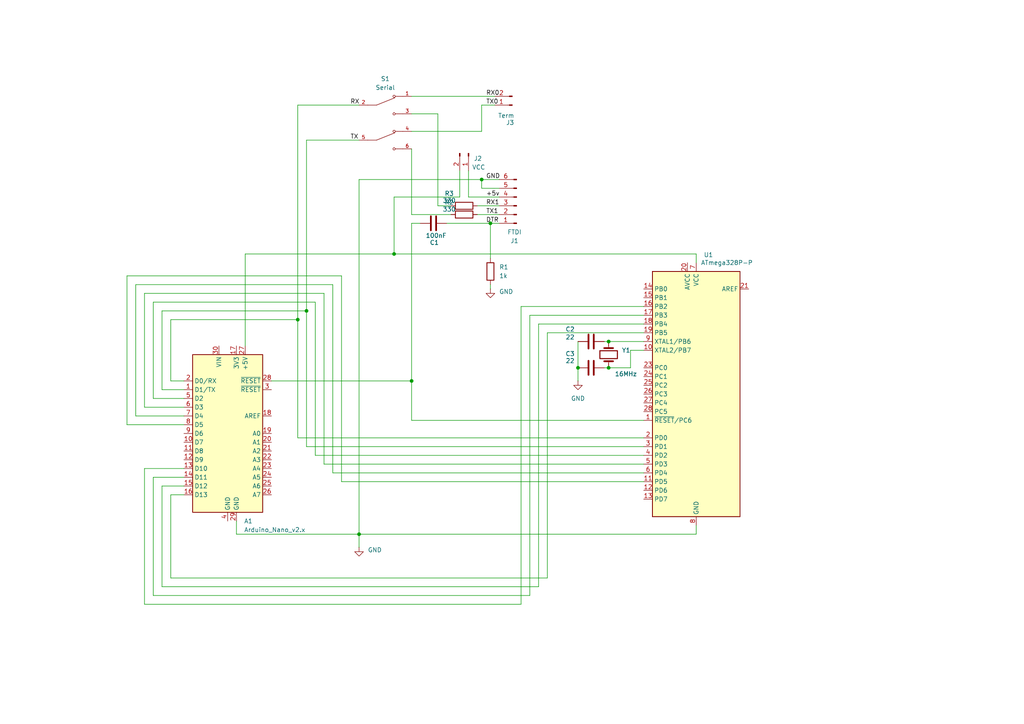
<source format=kicad_sch>
(kicad_sch (version 20231120) (generator "eeschema") (generator_version "8.0")
  (paper "A4")
  (lib_symbols
    (symbol "Connector:Conn_01x02_Pin" (pin_names (offset 1.016) hide)
      (property "Reference" "J" (at 0 2.54 0))
      (property "Value" "Conn_01x02_Pin" (at 0 -5.08 0))
      (symbol "Conn_01x02_Pin_1_1"
        (polyline (pts (xy 1.27 -2.54) (xy 0.8636 -2.54)) (stroke (width 0.1524)))
        (polyline (pts (xy 1.27 0) (xy 0.8636 0)) (stroke (width 0.1524)))
        (rectangle (start 0.8636 -2.413) (end 0 -2.667) (stroke (width 0.1524)) (fill (type outline)))
        (rectangle (start 0.8636 0.127) (end 0 -0.127) (stroke (width 0.1524)) (fill (type outline)))
        (pin passive line (at 5.08 0 180) (length 3.81) (name "Pin_1") (number "1"))
        (pin passive line (at 5.08 -2.54 180) (length 3.81) (name "Pin_2") (number "2"))
      )
    )
    (symbol "Connector:Conn_01x06_Pin" (pin_names (offset 1.016) hide)
      (property "Reference" "J" (at 0 7.62 0))
      (property "Value" "Conn_01x06_Pin" (at 0 -10.16 0))
      (symbol "Conn_01x06_Pin_1_1"
        (polyline (pts (xy 1.27 -7.62) (xy 0.8636 -7.62)) (stroke (width 0.1524)))
        (polyline (pts (xy 1.27 -5.08) (xy 0.8636 -5.08)) (stroke (width 0.1524)))
        (polyline (pts (xy 1.27 -2.54) (xy 0.8636 -2.54)) (stroke (width 0.1524)))
        (polyline (pts (xy 1.27 0) (xy 0.8636 0)) (stroke (width 0.1524)))
        (polyline (pts (xy 1.27 2.54) (xy 0.8636 2.54)) (stroke (width 0.1524)))
        (polyline (pts (xy 1.27 5.08) (xy 0.8636 5.08)) (stroke (width 0.1524)))
        (rectangle (start 0.8636 -7.493) (end 0 -7.747) (stroke (width 0.1524)) (fill (type outline)))
        (rectangle (start 0.8636 -4.953) (end 0 -5.207) (stroke (width 0.1524)) (fill (type outline)))
        (rectangle (start 0.8636 -2.413) (end 0 -2.667) (stroke (width 0.1524)) (fill (type outline)))
        (rectangle (start 0.8636 0.127) (end 0 -0.127) (stroke (width 0.1524)) (fill (type outline)))
        (rectangle (start 0.8636 2.667) (end 0 2.413) (stroke (width 0.1524)) (fill (type outline)))
        (rectangle (start 0.8636 5.207) (end 0 4.953) (stroke (width 0.1524)) (fill (type outline)))
        (pin passive line (at 5.08 5.08 180) (length 3.81) (name "Pin_1") (number "1"))
        (pin passive line (at 5.08 2.54 180) (length 3.81) (name "Pin_2") (number "2"))
        (pin passive line (at 5.08 0 180) (length 3.81) (name "Pin_3") (number "3"))
        (pin passive line (at 5.08 -2.54 180) (length 3.81) (name "Pin_4") (number "4"))
        (pin passive line (at 5.08 -5.08 180) (length 3.81) (name "Pin_5") (number "5"))
        (pin passive line (at 5.08 -7.62 180) (length 3.81) (name "Pin_6") (number "6"))
      )
    )
    (symbol "Device:C" (pin_numbers hide) (pin_names (offset 0.254))
      (property "Reference" "C" (at 0.635 2.54 0))
      (property "Value" "C" (at 0.635 -2.54 0))
      (symbol "C_0_1"
        (polyline (pts (xy -2.032 -0.762) (xy 2.032 -0.762)) (stroke (width 0.508)))
        (polyline (pts (xy -2.032 0.762) (xy 2.032 0.762)) (stroke (width 0.508)))
      )
      (symbol "C_1_1"
        (pin passive line (at 0 3.81 270) (length 2.794) (name "~") (number "1"))
        (pin passive line (at 0 -3.81 90) (length 2.794) (name "~") (number "2"))
      )
    )
    (symbol "Device:Crystal" (pin_numbers hide) (pin_names (offset 1.016) hide)
      (property "Reference" "Y" (at 0 3.81 0))
      (property "Value" "Crystal" (at 0 -3.81 0))
      (symbol "Crystal_0_1"
        (rectangle (start -1.143 2.54) (end 1.143 -2.54) (stroke (width 0.3048)))
        (polyline (pts (xy -2.54 0) (xy -1.905 0)))
        (polyline (pts (xy -1.905 -1.27) (xy -1.905 1.27)) (stroke (width 0.508)))
        (polyline (pts (xy 1.905 -1.27) (xy 1.905 1.27)) (stroke (width 0.508)))
        (polyline (pts (xy 2.54 0) (xy 1.905 0)))
      )
      (symbol "Crystal_1_1"
        (pin passive line (at -3.81 0 0) (length 1.27) (name "1") (number "1"))
        (pin passive line (at 3.81 0 180) (length 1.27) (name "2") (number "2"))
      )
    )
    (symbol "Device:R" (pin_numbers hide) (pin_names (offset 0))
      (property "Reference" "R" (at 2.032 0 90))
      (property "Value" "R" (at 0 0 90))
      (symbol "R_0_1"
        (rectangle (start -1.016 -2.54) (end 1.016 2.54) (stroke (width 0.254)))
      )
      (symbol "R_1_1"
        (pin passive line (at 0 3.81 270) (length 1.27) (name "~") (number "1"))
        (pin passive line (at 0 -3.81 90) (length 1.27) (name "~") (number "2"))
      )
    )
    (symbol "MCU_Microchip_ATmega:ATmega328P-P"
      (property "Reference" "U" (at -12.7 36.83 0))
      (property "Value" "ATmega328P-P" (at 2.54 -36.83 0))
      (symbol "ATmega328P-P_0_1"
        (rectangle (start -12.7 -35.56) (end 12.7 35.56) (stroke (width 0.254)) (fill (type background)))
      )
      (symbol "ATmega328P-P_1_1"
        (pin bidirectional line (at 15.24 -7.62 180) (length 2.54) (name "~{RESET}/PC6") (number "1"))
        (pin bidirectional line (at 15.24 12.7 180) (length 2.54) (name "XTAL2/PB7") (number "10"))
        (pin bidirectional line (at 15.24 -25.4 180) (length 2.54) (name "PD5") (number "11"))
        (pin bidirectional line (at 15.24 -27.94 180) (length 2.54) (name "PD6") (number "12"))
        (pin bidirectional line (at 15.24 -30.48 180) (length 2.54) (name "PD7") (number "13"))
        (pin bidirectional line (at 15.24 30.48 180) (length 2.54) (name "PB0") (number "14"))
        (pin bidirectional line (at 15.24 27.94 180) (length 2.54) (name "PB1") (number "15"))
        (pin bidirectional line (at 15.24 25.4 180) (length 2.54) (name "PB2") (number "16"))
        (pin bidirectional line (at 15.24 22.86 180) (length 2.54) (name "PB3") (number "17"))
        (pin bidirectional line (at 15.24 20.32 180) (length 2.54) (name "PB4") (number "18"))
        (pin bidirectional line (at 15.24 17.78 180) (length 2.54) (name "PB5") (number "19"))
        (pin bidirectional line (at 15.24 -12.7 180) (length 2.54) (name "PD0") (number "2"))
        (pin power_in line (at 2.54 38.1 270) (length 2.54) (name "AVCC") (number "20"))
        (pin passive line (at -15.24 30.48 0) (length 2.54) (name "AREF") (number "21"))
        (pin passive line (at 0 -38.1 90) (length 2.54) hide (name "GND") (number "22"))
        (pin bidirectional line (at 15.24 7.62 180) (length 2.54) (name "PC0") (number "23"))
        (pin bidirectional line (at 15.24 5.08 180) (length 2.54) (name "PC1") (number "24"))
        (pin bidirectional line (at 15.24 2.54 180) (length 2.54) (name "PC2") (number "25"))
        (pin bidirectional line (at 15.24 0 180) (length 2.54) (name "PC3") (number "26"))
        (pin bidirectional line (at 15.24 -2.54 180) (length 2.54) (name "PC4") (number "27"))
        (pin bidirectional line (at 15.24 -5.08 180) (length 2.54) (name "PC5") (number "28"))
        (pin bidirectional line (at 15.24 -15.24 180) (length 2.54) (name "PD1") (number "3"))
        (pin bidirectional line (at 15.24 -17.78 180) (length 2.54) (name "PD2") (number "4"))
        (pin bidirectional line (at 15.24 -20.32 180) (length 2.54) (name "PD3") (number "5"))
        (pin bidirectional line (at 15.24 -22.86 180) (length 2.54) (name "PD4") (number "6"))
        (pin power_in line (at 0 38.1 270) (length 2.54) (name "VCC") (number "7"))
        (pin power_in line (at 0 -38.1 90) (length 2.54) (name "GND") (number "8"))
        (pin bidirectional line (at 15.24 15.24 180) (length 2.54) (name "XTAL1/PB6") (number "9"))
      )
    )
    (symbol "MCU_Module:Arduino_Nano_v2.x"
      (property "Reference" "A" (at -10.16 23.495 0))
      (property "Value" "Arduino_Nano_v2.x" (at 5.08 -24.13 0))
      (symbol "Arduino_Nano_v2.x_0_1"
        (rectangle (start -10.16 22.86) (end 10.16 -22.86) (stroke (width 0.254)) (fill (type background)))
      )
      (symbol "Arduino_Nano_v2.x_1_1"
        (pin bidirectional line (at -12.7 12.7 0) (length 2.54) (name "D1/TX") (number "1"))
        (pin bidirectional line (at -12.7 -2.54 0) (length 2.54) (name "D7") (number "10"))
        (pin bidirectional line (at -12.7 -5.08 0) (length 2.54) (name "D8") (number "11"))
        (pin bidirectional line (at -12.7 -7.62 0) (length 2.54) (name "D9") (number "12"))
        (pin bidirectional line (at -12.7 -10.16 0) (length 2.54) (name "D10") (number "13"))
        (pin bidirectional line (at -12.7 -12.7 0) (length 2.54) (name "D11") (number "14"))
        (pin bidirectional line (at -12.7 -15.24 0) (length 2.54) (name "D12") (number "15"))
        (pin bidirectional line (at -12.7 -17.78 0) (length 2.54) (name "D13") (number "16"))
        (pin power_out line (at 2.54 25.4 270) (length 2.54) (name "3V3") (number "17"))
        (pin input line (at 12.7 5.08 180) (length 2.54) (name "AREF") (number "18"))
        (pin bidirectional line (at 12.7 0 180) (length 2.54) (name "A0") (number "19"))
        (pin bidirectional line (at -12.7 15.24 0) (length 2.54) (name "D0/RX") (number "2"))
        (pin bidirectional line (at 12.7 -2.54 180) (length 2.54) (name "A1") (number "20"))
        (pin bidirectional line (at 12.7 -5.08 180) (length 2.54) (name "A2") (number "21"))
        (pin bidirectional line (at 12.7 -7.62 180) (length 2.54) (name "A3") (number "22"))
        (pin bidirectional line (at 12.7 -10.16 180) (length 2.54) (name "A4") (number "23"))
        (pin bidirectional line (at 12.7 -12.7 180) (length 2.54) (name "A5") (number "24"))
        (pin bidirectional line (at 12.7 -15.24 180) (length 2.54) (name "A6") (number "25"))
        (pin bidirectional line (at 12.7 -17.78 180) (length 2.54) (name "A7") (number "26"))
        (pin power_out line (at 5.08 25.4 270) (length 2.54) (name "+5V") (number "27"))
        (pin input line (at 12.7 15.24 180) (length 2.54) (name "~{RESET}") (number "28"))
        (pin power_in line (at 2.54 -25.4 90) (length 2.54) (name "GND") (number "29"))
        (pin input line (at 12.7 12.7 180) (length 2.54) (name "~{RESET}") (number "3"))
        (pin power_in line (at -2.54 25.4 270) (length 2.54) (name "VIN") (number "30"))
        (pin power_in line (at 0 -25.4 90) (length 2.54) (name "GND") (number "4"))
        (pin bidirectional line (at -12.7 10.16 0) (length 2.54) (name "D2") (number "5"))
        (pin bidirectional line (at -12.7 7.62 0) (length 2.54) (name "D3") (number "6"))
        (pin bidirectional line (at -12.7 5.08 0) (length 2.54) (name "D4") (number "7"))
        (pin bidirectional line (at -12.7 2.54 0) (length 2.54) (name "D5") (number "8"))
        (pin bidirectional line (at -12.7 0 0) (length 2.54) (name "D6") (number "9"))
      )
    )
    (symbol "TL2230OAF140:TL2230OAF140" (pin_names (offset 1.016) hide)
      (property "Reference" "S" (at -2.54 10.16 0))
      (property "Value" "TL2230OAF140" (at -2.54 -10.16 0))
      (symbol "TL2230OAF140_0_0"
        (polyline (pts (xy -2.54 -5.08) (xy -5.08 -5.08)) (stroke (width 0.1524)))
        (polyline (pts (xy -2.54 -5.08) (xy 2.794 -2.9464)) (stroke (width 0.1524)))
        (polyline (pts (xy -2.54 5.08) (xy -5.08 5.08)) (stroke (width 0.1524)))
        (polyline (pts (xy -2.54 5.08) (xy 2.794 7.2136)) (stroke (width 0.1524)))
        (polyline (pts (xy 5.08 -7.62) (xy 2.921 -7.62)) (stroke (width 0.1524)))
        (polyline (pts (xy 5.08 -2.54) (xy 2.921 -2.54)) (stroke (width 0.1524)))
        (polyline (pts (xy 5.08 2.54) (xy 2.921 2.54)) (stroke (width 0.1524)))
        (polyline (pts (xy 5.08 7.62) (xy 2.921 7.62)) (stroke (width 0.1524)))
        (circle (center 2.54 -7.62) (radius 0.3302) (stroke (width 0.1524)))
        (circle (center 2.54 -2.54) (radius 0.3302) (stroke (width 0.1524)))
        (circle (center 2.54 2.54) (radius 0.3302) (stroke (width 0.1524)))
        (circle (center 2.54 7.62) (radius 0.3302) (stroke (width 0.1524)))
        (pin passive line (at 7.62 7.62 180) (length 2.54) (name "~") (number "1"))
        (pin passive line (at -7.62 5.08 0) (length 2.54) (name "~") (number "2"))
        (pin passive line (at 7.62 2.54 180) (length 2.54) (name "~") (number "3"))
        (pin passive line (at 7.62 -2.54 180) (length 2.54) (name "~") (number "4"))
        (pin passive line (at -7.62 -5.08 0) (length 2.54) (name "~") (number "5"))
        (pin passive line (at 7.62 -7.62 180) (length 2.54) (name "~") (number "6"))
      )
    )
    (symbol "power:GND" (power) (pin_numbers hide) (pin_names (offset 0) hide)
      (property "Value" "GND" (at 0 -3.81 0))
      (symbol "GND_0_1"
        (polyline (pts (xy 0 0) (xy 0 -1.27) (xy 1.27 -1.27) (xy 0 -2.54) (xy -1.27 -1.27) (xy 0 -1.27)))
      )
      (symbol "GND_1_1"
        (pin power_in line (at 0 0 270) (length 0) (name "~") (number "1"))
      )
    )
  )
  (junction (at 176.53 99.06))
  (junction (at 114.3 73.66))
  (junction (at 86.36 92.71))
  (junction (at 119.38 110.49))
  (junction (at 139.7 52.07))
  (junction (at 142.24 64.77))
  (junction (at 88.9 90.17))
  (junction (at 176.53 106.68))
  (junction (at 104.14 154.94))
  (junction (at 167.64 106.68))
  (wire (pts (xy 104.14 52.07) (xy 139.7 52.07)))
  (wire (pts (xy 88.9 40.64) (xy 104.14 40.64)))
  (wire (pts (xy 135.89 49.53) (xy 135.89 57.15)))
  (wire (pts (xy 142.24 82.55) (xy 142.24 83.82)))
  (wire (pts (xy 86.36 30.48) (xy 104.14 30.48)))
  (wire (pts (xy 119.38 38.1) (xy 139.7 38.1)))
  (wire (pts (xy 139.7 52.07) (xy 144.78 52.07)))
  (wire (pts (xy 46.99 113.03) (xy 46.99 90.17)))
  (wire (pts (xy 119.38 64.77) (xy 121.92 64.77)))
  (wire (pts (xy 139.7 54.61) (xy 139.7 52.07)))
  (wire (pts (xy 86.36 127) (xy 186.69 127)))
  (wire (pts (xy 96.52 137.16) (xy 186.69 137.16)))
  (wire (pts (xy 53.34 138.43) (xy 44.45 138.43)))
  (wire (pts (xy 53.34 110.49) (xy 49.53 110.49)))
  (wire (pts (xy 167.64 99.06) (xy 167.64 106.68)))
  (wire (pts (xy 119.38 62.23) (xy 119.38 43.18)))
  (wire (pts (xy 68.58 151.13) (xy 68.58 154.94)))
  (wire (pts (xy 41.91 135.89) (xy 41.91 175.26)))
  (wire (pts (xy 129.54 64.77) (xy 142.24 64.77)))
  (wire (pts (xy 71.12 73.66) (xy 114.3 73.66)))
  (wire (pts (xy 91.44 132.08) (xy 186.69 132.08)))
  (wire (pts (xy 153.67 91.44) (xy 186.69 91.44)))
  (wire (pts (xy 104.14 154.94) (xy 201.93 154.94)))
  (wire (pts (xy 71.12 100.33) (xy 71.12 73.66)))
  (wire (pts (xy 53.34 143.51) (xy 49.53 143.51)))
  (wire (pts (xy 36.83 80.01) (xy 99.06 80.01)))
  (wire (pts (xy 130.81 59.69) (xy 127 59.69)))
  (wire (pts (xy 175.26 106.68) (xy 176.53 106.68)))
  (wire (pts (xy 46.99 140.97) (xy 46.99 170.18)))
  (wire (pts (xy 182.88 106.68) (xy 182.88 101.6)))
  (wire (pts (xy 133.35 49.53) (xy 133.35 57.15)))
  (wire (pts (xy 53.34 113.03) (xy 46.99 113.03)))
  (wire (pts (xy 142.24 74.93) (xy 142.24 64.77)))
  (wire (pts (xy 88.9 129.54) (xy 186.69 129.54)))
  (wire (pts (xy 119.38 110.49) (xy 119.38 121.92)))
  (wire (pts (xy 201.93 152.4) (xy 201.93 154.94)))
  (wire (pts (xy 44.45 138.43) (xy 44.45 172.72)))
  (wire (pts (xy 156.21 170.18) (xy 156.21 93.98)))
  (wire (pts (xy 151.13 175.26) (xy 151.13 88.9)))
  (wire (pts (xy 175.26 99.06) (xy 176.53 99.06)))
  (wire (pts (xy 114.3 73.66) (xy 201.93 73.66)))
  (wire (pts (xy 93.98 134.62) (xy 186.69 134.62)))
  (wire (pts (xy 158.75 96.52) (xy 186.69 96.52)))
  (wire (pts (xy 86.36 92.71) (xy 86.36 127)))
  (wire (pts (xy 104.14 52.07) (xy 104.14 154.94)))
  (wire (pts (xy 93.98 85.09) (xy 93.98 134.62)))
  (wire (pts (xy 176.53 99.06) (xy 186.69 99.06)))
  (wire (pts (xy 46.99 90.17) (xy 88.9 90.17)))
  (wire (pts (xy 104.14 154.94) (xy 104.14 158.75)))
  (wire (pts (xy 119.38 27.94) (xy 143.51 27.94)))
  (wire (pts (xy 44.45 172.72) (xy 153.67 172.72)))
  (wire (pts (xy 182.88 101.6) (xy 186.69 101.6)))
  (wire (pts (xy 88.9 90.17) (xy 88.9 129.54)))
  (wire (pts (xy 53.34 120.65) (xy 39.37 120.65)))
  (wire (pts (xy 130.81 62.23) (xy 119.38 62.23)))
  (wire (pts (xy 78.74 110.49) (xy 119.38 110.49)))
  (wire (pts (xy 153.67 172.72) (xy 153.67 91.44)))
  (wire (pts (xy 68.58 154.94) (xy 104.14 154.94)))
  (wire (pts (xy 119.38 121.92) (xy 186.69 121.92)))
  (wire (pts (xy 53.34 135.89) (xy 41.91 135.89)))
  (wire (pts (xy 49.53 110.49) (xy 49.53 92.71)))
  (wire (pts (xy 138.43 59.69) (xy 144.78 59.69)))
  (wire (pts (xy 49.53 92.71) (xy 86.36 92.71)))
  (wire (pts (xy 144.78 54.61) (xy 139.7 54.61)))
  (wire (pts (xy 49.53 167.64) (xy 158.75 167.64)))
  (wire (pts (xy 139.7 38.1) (xy 139.7 30.48)))
  (wire (pts (xy 96.52 82.55) (xy 96.52 137.16)))
  (wire (pts (xy 49.53 143.51) (xy 49.53 167.64)))
  (wire (pts (xy 91.44 87.63) (xy 91.44 132.08)))
  (wire (pts (xy 53.34 123.19) (xy 36.83 123.19)))
  (wire (pts (xy 41.91 118.11) (xy 41.91 85.09)))
  (wire (pts (xy 39.37 82.55) (xy 96.52 82.55)))
  (wire (pts (xy 44.45 87.63) (xy 91.44 87.63)))
  (wire (pts (xy 119.38 64.77) (xy 119.38 110.49)))
  (wire (pts (xy 46.99 170.18) (xy 156.21 170.18)))
  (wire (pts (xy 127 33.02) (xy 119.38 33.02)))
  (wire (pts (xy 167.64 106.68) (xy 167.64 110.49)))
  (wire (pts (xy 138.43 62.23) (xy 144.78 62.23)))
  (wire (pts (xy 88.9 40.64) (xy 88.9 90.17)))
  (wire (pts (xy 41.91 85.09) (xy 93.98 85.09)))
  (wire (pts (xy 158.75 167.64) (xy 158.75 96.52)))
  (wire (pts (xy 99.06 139.7) (xy 186.69 139.7)))
  (wire (pts (xy 127 59.69) (xy 127 33.02)))
  (wire (pts (xy 36.83 123.19) (xy 36.83 80.01)))
  (wire (pts (xy 142.24 64.77) (xy 144.78 64.77)))
  (wire (pts (xy 53.34 118.11) (xy 41.91 118.11)))
  (wire (pts (xy 53.34 115.57) (xy 44.45 115.57)))
  (wire (pts (xy 139.7 30.48) (xy 143.51 30.48)))
  (wire (pts (xy 114.3 57.15) (xy 114.3 73.66)))
  (wire (pts (xy 99.06 80.01) (xy 99.06 139.7)))
  (wire (pts (xy 201.93 76.2) (xy 201.93 73.66)))
  (wire (pts (xy 135.89 57.15) (xy 144.78 57.15)))
  (wire (pts (xy 41.91 175.26) (xy 151.13 175.26)))
  (wire (pts (xy 86.36 30.48) (xy 86.36 92.71)))
  (wire (pts (xy 151.13 88.9) (xy 186.69 88.9)))
  (wire (pts (xy 44.45 115.57) (xy 44.45 87.63)))
  (wire (pts (xy 53.34 140.97) (xy 46.99 140.97)))
  (wire (pts (xy 39.37 120.65) (xy 39.37 82.55)))
  (wire (pts (xy 133.35 57.15) (xy 114.3 57.15)))
  (wire (pts (xy 176.53 106.68) (xy 182.88 106.68)))
  (wire (pts (xy 156.21 93.98) (xy 186.69 93.98)))
  (label "+5v" (at 140.97 57.15 0))
  (label "GND" (at 140.97 52.07 0))
  (label "TX0" (at 140.97 30.48 0))
  (label "RX1" (at 140.97 59.69 0))
  (label "TX1" (at 140.97 62.23 0))
  (label "RX0" (at 140.97 27.94 0))
  (label "TX" (at 101.6 40.64 0))
  (label "RX" (at 101.6 30.48 0))
  (label "DTR" (at 140.97 64.77 0))
  (symbol (lib_id "TL2230OAF140:TL2230OAF140") (at 111.76 35.56 0) (unit 1)
    (property "Reference" "S1" (at 111.76 22.86 0))
    (property "Value" "Serial" (at 111.76 25.4 0))
    (property "Footprint" "rc6502_pico_adapter:SW_TL2230OAF140" (effects (hide yes)))
    (property "MF" "E-Switch" (effects (hide yes)))
    (property "MAXIMUM_PACKAGE_HEIGHT" "12.5 mm" (effects (hide yes)))
    (property "Package" "None" (effects (hide yes)))
    (property "Price" "None" (effects (hide yes)))
    (property "Check_prices" "https://www.snapeda.com/parts/TL2230OAF140/E-Switch/view-part/?ref=eda" (effects (hide yes)))
    (property "STANDARD" "Manufacturer Recommendations" (effects (hide yes)))
    (property "PARTREV" "E" (effects (hide yes)))
    (property "SnapEDA_Link" "https://www.snapeda.com/parts/TL2230OAF140/E-Switch/view-part/?ref=snap" (effects (hide yes)))
    (property "MP" "TL2230OAF140" (effects (hide yes)))
    (property "Description_1" "\\n                        \\n                            Pushbutton Switch DPDT Standard Through Hole\\n                        \\n" (effects (hide yes)))
    (property "MANUFACTURER" "E-Switch" (effects (hide yes)))
    (property "Availability" "In Stock" (effects (hide yes)))
    (property "SNAPEDA_PN" "TL2230EEF140" (effects (hide yes)))
  )
  (symbol (lib_id "Connector:Conn_01x02_Pin") (at 135.89 44.45 270) (unit 1)
    (property "Reference" "J2" (at 137.414 45.974 90) (effects (justify left)))
    (property "Value" "VCC" (at 136.906 48.514 90) (effects (justify left)))
    (property "Footprint" "Connector_PinSocket_2.54mm:PinSocket_1x02_P2.54mm_Vertical" (effects (hide yes)))
    (property "Description" "Generic connector, single row, 01x02, script generated" (effects (hide yes)))
  )
  (symbol (lib_id "power:GND") (at 104.14 158.75 0) (unit 1)
    (property "Reference" "#PWR03" (effects (hide yes)))
    (property "Value" "GND" (at 108.712 159.512 0))
    (property "Description" "Power symbol creates a global label with name \"GND\" , ground" (effects (hide yes)))
  )
  (symbol (lib_id "Device:C") (at 125.73 64.77 270) (unit 1)
    (property "Reference" "C1" (at 125.984 70.358 90))
    (property "Value" "100nF" (at 126.492 68.326 90))
    (property "Footprint" "Capacitor_THT:C_Disc_D4.7mm_W2.5mm_P5.00mm" (effects (hide yes)))
    (property "Description" "Unpolarized capacitor" (effects (hide yes)))
  )
  (symbol (lib_id "Connector:Conn_01x06_Pin") (at 149.86 59.69 180) (unit 1)
    (property "Reference" "J1" (at 149.225 69.85 0))
    (property "Value" "FTDI" (at 149.225 67.31 0))
    (property "Footprint" "Connector_PinSocket_2.54mm:PinSocket_1x06_P2.54mm_Vertical" (effects (hide yes)))
    (property "Description" "Generic connector, single row, 01x06, script generated" (effects (hide yes)))
  )
  (symbol (lib_id "Device:C") (at 171.45 99.06 90) (unit 1)
    (property "Reference" "C2" (at 165.354 95.504 90))
    (property "Value" "22" (at 165.354 97.79 90))
    (property "Footprint" "Capacitor_THT:C_Disc_D5.0mm_W2.5mm_P2.50mm" (effects (hide yes)))
    (property "Description" "Unpolarized capacitor" (effects (hide yes)))
  )
  (symbol (lib_id "Device:R") (at 142.24 78.74 0) (unit 1)
    (property "Reference" "R1" (at 144.78 77.4699 0) (effects (justify left)))
    (property "Value" "1k" (at 144.78 80.0099 0) (effects (justify left)))
    (property "Footprint" "Resistor_THT:R_Axial_DIN0204_L3.6mm_D1.6mm_P7.62mm_Horizontal" (effects (hide yes)))
    (property "Description" "Resistor" (effects (hide yes)))
  )
  (symbol (lib_id "Connector:Conn_01x02_Pin") (at 148.59 30.48 180) (unit 1)
    (property "Reference" "J3" (at 147.955 35.56 0))
    (property "Value" "Term" (at 146.812 33.528 0))
    (property "Footprint" "Connector_PinSocket_2.54mm:PinSocket_1x02_P2.54mm_Vertical" (effects (hide yes)))
    (property "Description" "Generic connector, single row, 01x02, script generated" (effects (hide yes)))
  )
  (symbol (lib_id "Device:C") (at 171.45 106.68 90) (unit 1)
    (property "Reference" "C3" (at 165.354 102.616 90))
    (property "Value" "22" (at 165.354 104.648 90))
    (property "Footprint" "Capacitor_THT:C_Disc_D5.0mm_W2.5mm_P2.50mm" (effects (hide yes)))
    (property "Description" "Unpolarized capacitor" (effects (hide yes)))
  )
  (symbol (lib_id "MCU_Module:Arduino_Nano_v2.x") (at 66.04 125.73 0) (unit 1)
    (property "Reference" "A1" (at 70.7741 151.13 0) (effects (justify left)))
    (property "Value" "Arduino_Nano_v2.x" (at 70.7741 153.67 0) (effects (justify left)))
    (property "Footprint" "Module:Arduino_Nano" (effects (hide yes)))
    (property "Datasheet" "https://www.arduino.cc/en/uploads/Main/ArduinoNanoManual23.pdf" (effects (hide yes)))
    (property "Description" "Arduino Nano v2.x" (effects (hide yes)))
  )
  (symbol (lib_id "Device:Crystal") (at 176.53 102.87 90) (unit 1)
    (property "Reference" "Y1" (at 180.34 101.5999 90) (effects (justify right)))
    (property "Value" "16MHz" (at 178.308 108.458 90) (effects (justify right)))
    (property "Footprint" "Crystal:Crystal_HC18-U_Vertical" (effects (hide yes)))
    (property "Description" "Two pin crystal" (effects (hide yes)))
  )
  (symbol (lib_id "Device:R") (at 134.62 59.69 90) (unit 1)
    (property "Reference" "R3" (at 130.302 56.134 90))
    (property "Value" "330" (at 130.302 58.166 90))
    (property "Footprint" "Resistor_THT:R_Axial_DIN0204_L3.6mm_D1.6mm_P7.62mm_Horizontal" (effects (hide yes)))
    (property "Description" "Resistor" (effects (hide yes)))
  )
  (symbol (lib_id "Device:R") (at 134.62 62.23 90) (unit 1)
    (property "Reference" "R2" (at 130.302 58.674 90))
    (property "Value" "330" (at 130.302 60.706 90))
    (property "Footprint" "Resistor_THT:R_Axial_DIN0204_L3.6mm_D1.6mm_P7.62mm_Horizontal" (effects (hide yes)))
    (property "Description" "Resistor" (effects (hide yes)))
  )
  (symbol (lib_id "power:GND") (at 167.64 110.49 0) (unit 1)
    (property "Reference" "#PWR02" (effects (hide yes)))
    (property "Value" "GND" (at 167.64 115.57 0))
    (property "Description" "Power symbol creates a global label with name \"GND\" , ground" (effects (hide yes)))
  )
  (symbol (lib_id "power:GND") (at 142.24 83.82 0) (unit 1)
    (property "Reference" "#PWR01" (effects (hide yes)))
    (property "Value" "GND" (at 146.812 84.582 0))
    (property "Description" "Power symbol creates a global label with name \"GND\" , ground" (effects (hide yes)))
  )
  (symbol (lib_id "MCU_Microchip_ATmega:ATmega328P-P") (at 201.93 114.3 0) (mirror y) (unit 1)
    (property "Reference" "U1" (at 205.486 73.914 0))
    (property "Value" "ATmega328P-P" (at 210.82 76.2 0))
    (property "Footprint" "Package_DIP:DIP-28_W7.62mm" (effects (hide yes)))
    (property "Datasheet" "http://ww1.microchip.com/downloads/en/DeviceDoc/ATmega328_P%20AVR%20MCU%20with%20picoPower%20Technology%20Data%20Sheet%2040001984A.pdf" (effects (hide yes)))
    (property "Description" "20MHz, 32kB Flash, 2kB SRAM, 1kB EEPROM, DIP-28" (effects (hide yes)))
  )
)
</source>
